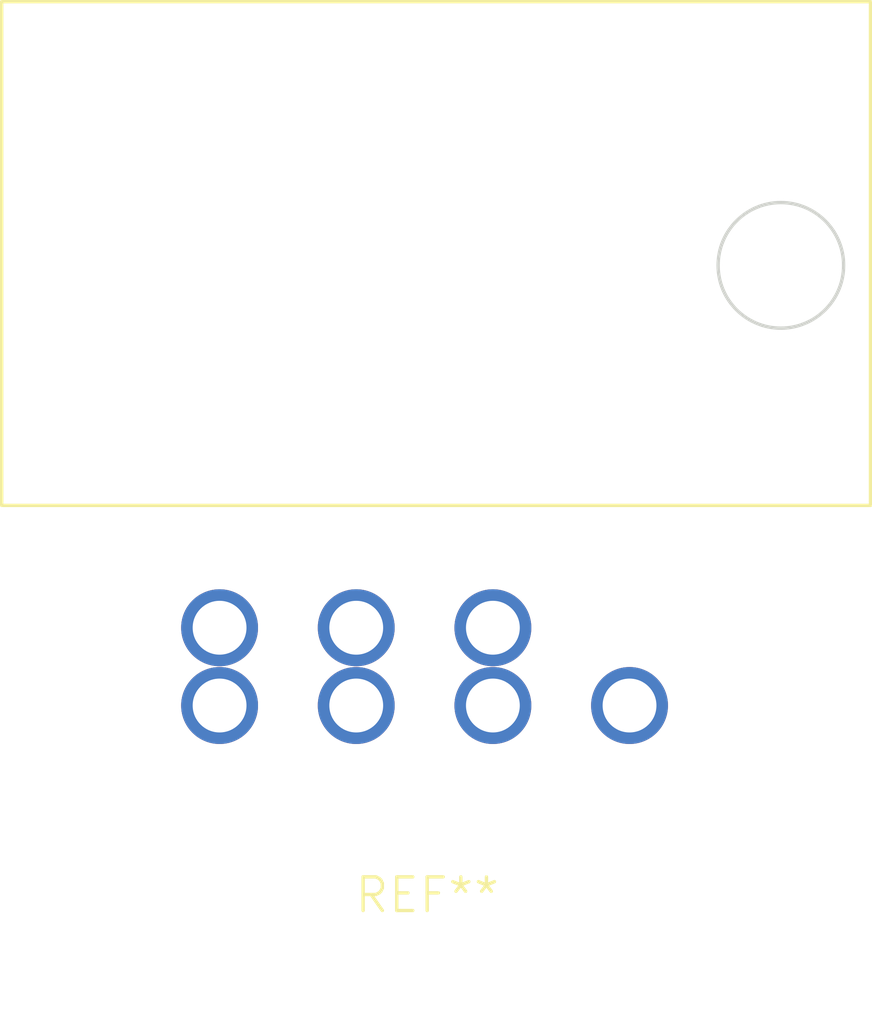
<source format=kicad_pcb>
(kicad_pcb (version 20221018) (generator pcbnew)
  (layers (0 "F.Cu" signal) (31 "B.Cu" signal) (34 "B.Paste" user) (35 "F.Paste" user) (36 "B.SilkS" user "B.Silkscreen") (37 "F.SilkS" user "F.Silkscreen") (38 "B.Mask" user) (39 "F.Mask" user) (44 "Edge.Cuts" user))
  (net 0 "")
  (footprint "Library:NES Port" (layer "F.Cu") (at 91.44 83.82)
    (fp_text reference "REF**" (at 0 -0.5 unlocked) (layer "F.SilkS") (effects (font (thickness 0.1))))
    (fp_text value "NES Port")
    (fp_rect (start -12.654715 -27.04903) (end 13.183411 -12.080735) (stroke (width 0.1)) (fill none) (layer "F.SilkS"))
    (fp_circle (center 10.518437 -19.21375) (end 12.384762 -19.21375) (stroke (width 0.1)) (fill none) (layer "Edge.Cuts"))
    (pad "C" thru_hole circle (at 1.953756 -6.134082) (size 2.286 2.286) (drill 1.6002) (layers "*.Cu" "*.Mask"))
    (pad "D" thru_hole circle (at -6.174244 -6.134082) (size 2.286 2.286) (drill 1.6002) (layers "*.Cu" "*.Mask"))
    (pad "G" thru_hole circle (at 6.017756 -6.134082) (size 2.286 2.286) (drill 1.6002) (layers "*.Cu" "*.Mask"))
    (pad "L" thru_hole circle (at -2.110244 -6.134082) (size 2.286 2.286) (drill 1.6002) (layers "*.Cu" "*.Mask"))
    (pad "Nc" thru_hole circle (at -6.174244 -8.445482) (size 2.286 2.286) (drill 1.6002) (layers "*.Cu" "*.Mask"))
    (pad "Nc" thru_hole circle (at -2.110244 -8.445482) (size 2.286 2.286) (drill 1.6002) (layers "*.Cu" "*.Mask"))
    (pad "V+" thru_hole circle (at 1.953756 -8.445482) (size 2.286 2.286) (drill 1.6002) (layers "*.Cu" "*.Mask"))
  )
)
</source>
